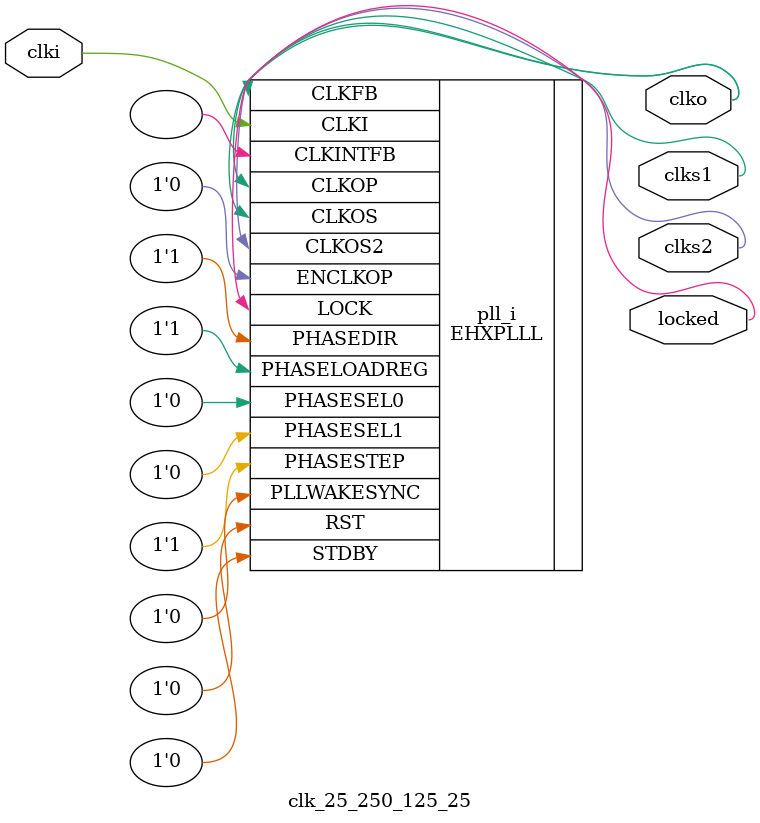
<source format=v>
module clk_25_250_125_25
(
    input clki, // 25 MHz, 0 deg
    output clko, // 250 MHz, 0 deg
    output clks1, // 125 MHz, 0 deg
    output clks2, // 25 MHz, 0 deg
    output locked
);
(* FREQUENCY_PIN_CLKI="25" *)
(* FREQUENCY_PIN_CLKOP="250" *)
(* FREQUENCY_PIN_CLKOS="125" *)
(* FREQUENCY_PIN_CLKOS2="25" *)
(* ICP_CURRENT="12" *) (* LPF_RESISTOR="8" *) (* MFG_ENABLE_FILTEROPAMP="1" *) (* MFG_GMCREF_SEL="2" *)
EHXPLLL #(
        .PLLRST_ENA("DISABLED"),
        .INTFB_WAKE("DISABLED"),
        .STDBY_ENABLE("DISABLED"),
        .DPHASE_SOURCE("DISABLED"),
        .OUTDIVIDER_MUXA("DIVA"),
        .OUTDIVIDER_MUXB("DIVB"),
        .OUTDIVIDER_MUXC("DIVC"),
        .OUTDIVIDER_MUXD("DIVD"),
        .CLKI_DIV(1),
        .CLKOP_ENABLE("ENABLED"),
        .CLKOP_DIV(2),
        .CLKOP_CPHASE(0),
        .CLKOP_FPHASE(0),
        .CLKOS_ENABLE("ENABLED"),
        .CLKOS_DIV(4),
        .CLKOS_CPHASE(0),
        .CLKOS_FPHASE(0),
        .CLKOS2_ENABLE("ENABLED"),
        .CLKOS2_DIV(20),
        .CLKOS2_CPHASE(0),
        .CLKOS2_FPHASE(0),
        .FEEDBK_PATH("CLKOP"),
        .CLKFB_DIV(10)
    ) pll_i (
        .RST(1'b0),
        .STDBY(1'b0),
        .CLKI(clki),
        .CLKOP(clko),
        .CLKOS(clks1),
        .CLKOS2(clks2),
        .CLKFB(clko),
        .CLKINTFB(),
        .PHASESEL0(1'b0),
        .PHASESEL1(1'b0),
        .PHASEDIR(1'b1),
        .PHASESTEP(1'b1),
        .PHASELOADREG(1'b1),
        .PLLWAKESYNC(1'b0),
        .ENCLKOP(1'b0),
        .LOCK(locked)
	);
endmodule

</source>
